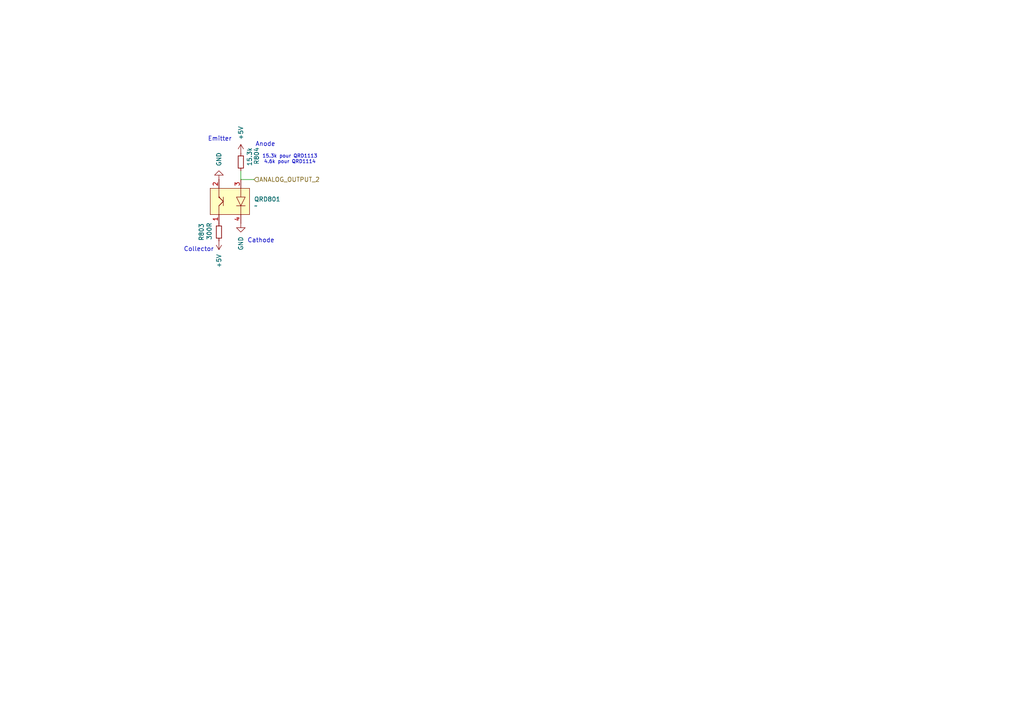
<source format=kicad_sch>
(kicad_sch (version 20231120) (generator "eeschema") (generator_version "8.0")
  (paper "A4")
  (lib_symbols
    (symbol "Device:R_Small" (pin_numbers hide) (pin_names (offset 0.254) hide)
      (property "Reference" "R" (at 0.762 0.508 0))
      (property "Value" "R_Small" (at 0.762 -1.016 0))
      (symbol "R_Small_0_1"
        (rectangle (start -0.762 1.778) (end 0.762 -1.778) (stroke (width 0.2032)))
      )
      (symbol "R_Small_1_1"
        (pin passive line (at 0 2.54 270) (length 0.762) (name "~") (number "1"))
        (pin passive line (at 0 -2.54 90) (length 0.762) (name "~") (number "2"))
      )
    )
    (symbol "QRD1113_1"
      (property "Reference" "QRD1113" (at 0 0 0))
      (symbol "QRD1113_1_1_1"
        (rectangle (start -17.78 3.81) (end -6.35 -3.81) (fill (type background)))
        (polyline (pts (xy -15.24 1.27) (xy -15.24 1.016) (xy -15.24 1.27) (xy -14.986 1.27)))
        (polyline (pts (xy -15.24 3.81) (xy -15.24 1.27) (xy -13.97 0) (xy -15.24 -1.27) (xy -15.24 -3.81) (xy -15.24 -1.27)))
        (polyline (pts (xy -13.97 1.27) (xy -13.97 -1.27) (xy -13.97 0) (xy -15.24 -1.27) (xy -13.97 0) (xy -15.24 1.27)))
        (polyline (pts (xy -8.89 3.81) (xy -8.89 1.27) (xy -7.62 1.27) (xy -8.89 -1.27) (xy -10.16 1.27) (xy -8.89 1.27) (xy -7.62 1.27) (xy -8.89 -1.27) (xy -10.16 -1.27) (xy -7.62 -1.27) (xy -8.89 -1.27) (xy -8.89 -3.81)))
        (pin bidirectional line (at -15.24 -3.81 270) (length 2.54) (name "") (number "1"))
        (pin bidirectional line (at -15.24 3.81 90) (length 2.54) (name "") (number "2"))
        (pin bidirectional line (at -8.89 3.81 90) (length 2.54) (name "") (number "3"))
        (pin bidirectional line (at -8.89 -3.81 270) (length 2.54) (name "") (number "4"))
      )
    )
    (symbol "power:+5V" (power) (pin_numbers hide) (pin_names (offset 0) hide)
      (property "Value" "+5V" (at 0 3.556 0))
      (symbol "+5V_0_1"
        (polyline (pts (xy -0.762 1.27) (xy 0 2.54)))
        (polyline (pts (xy 0 0) (xy 0 2.54)))
        (polyline (pts (xy 0 2.54) (xy 0.762 1.27)))
      )
      (symbol "+5V_1_1"
        (pin power_in line (at 0 0 90) (length 0) (name "~") (number "1"))
      )
    )
    (symbol "power:GND" (power) (pin_numbers hide) (pin_names (offset 0) hide)
      (property "Value" "GND" (at 0 -3.81 0))
      (symbol "GND_0_1"
        (polyline (pts (xy 0 0) (xy 0 -1.27) (xy 1.27 -1.27) (xy 0 -2.54) (xy -1.27 -1.27) (xy 0 -1.27)))
      )
      (symbol "GND_1_1"
        (pin power_in line (at 0 0 270) (length 0) (name "~") (number "1"))
      )
    )
  )
  (wire (pts (xy 69.85 52.07) (xy 73.66 52.07)))
  (wire (pts (xy 69.85 49.53) (xy 69.85 52.07)))
  (text "15.3k pour QRD1113\n4.6k pour QRD1114\n" (at 84.074 46.228 0) (effects (font (size 1 1))))
  (text "Emitter" (at 63.754 40.386 0) (effects (font (size 1.27 1.27))))
  (text "Anode" (at 76.962 41.91 0) (effects (font (size 1.27 1.27))))
  (text "Cathode" (at 75.692 69.85 0) (effects (font (size 1.27 1.27))))
  (text "Collector" (at 57.658 72.39 0) (effects (font (size 1.27 1.27))))
  (hierarchical_label "ANALOG_OUTPUT_2" (shape input) (at 73.66 52.07 0))
  (symbol (lib_id "Device:R_Small") (at 63.5 67.31 180) (unit 1)
    (property "Reference" "R803" (at 58.42 67.31 90))
    (property "Value" "300R" (at 60.706 67.056 90))
    (property "Description" "Resistor, small symbol" (effects (hide yes)))
  )
  (symbol (lib_name "QRD1113_1") (lib_id "QRD1113:QRD1113") (at 78.74 58.42 0) (unit 1)
    (property "Reference" "QRD801" (at 73.66 57.7849 0) (effects (justify left)))
    (property "Value" "~" (at 73.66 59.69 0) (effects (justify left)))
    (property "Footprint" "Connector_JST:JST_EH_B4B-EH-A_1x04_P2.50mm_Vertical" (effects (hide yes)))
  )
  (symbol (lib_id "power:+5V") (at 63.5 69.85 180) (unit 1)
    (property "Reference" "#PWR0806" (effects (hide yes)))
    (property "Value" "+5V" (at 63.4999 73.66 90) (effects (justify left)))
    (property "Description" "Power symbol creates a global label with name \"+5V\"" (effects (hide yes)))
  )
  (symbol (lib_id "power:GND") (at 63.5 52.07 180) (unit 1)
    (property "Reference" "#PWR0805" (effects (hide yes)))
    (property "Value" "GND" (at 63.4999 48.26 90) (effects (justify right)))
    (property "Description" "Power symbol creates a global label with name \"GND\" , ground" (effects (hide yes)))
  )
  (symbol (lib_id "power:+5V") (at 69.85 44.45 0) (unit 1)
    (property "Reference" "#PWR0807" (effects (hide yes)))
    (property "Value" "+5V" (at 69.8499 40.64 90) (effects (justify left)))
    (property "Description" "Power symbol creates a global label with name \"+5V\"" (effects (hide yes)))
  )
  (symbol (lib_id "power:GND") (at 69.85 64.77 0) (unit 1)
    (property "Reference" "#PWR0808" (effects (hide yes)))
    (property "Value" "GND" (at 69.8499 68.58 90) (effects (justify right)))
    (property "Description" "Power symbol creates a global label with name \"GND\" , ground" (effects (hide yes)))
  )
  (symbol (lib_id "Device:R_Small") (at 69.85 46.99 180) (unit 1)
    (property "Reference" "R804" (at 74.422 45.212 90))
    (property "Value" "15.3k" (at 72.39 45.466 90))
    (property "Description" "Resistor, small symbol" (effects (hide yes)))
  )
)
</source>
